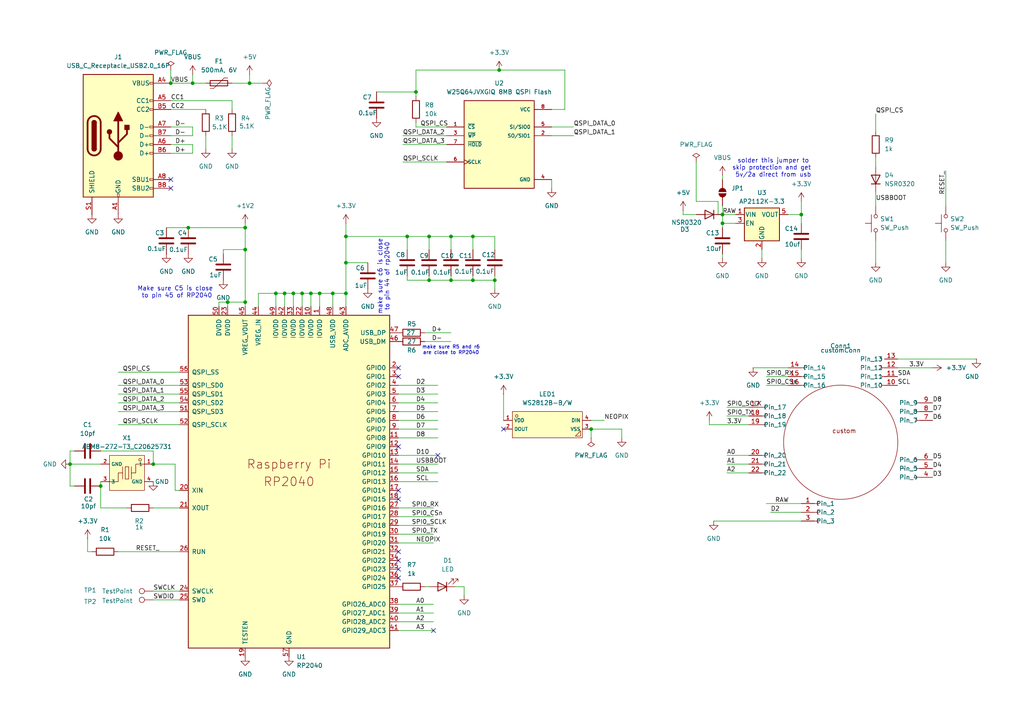
<source format=kicad_sch>
(kicad_sch (version 20231120) (generator "eeschema") (generator_version "8.0")
  (paper "A4")
  (junction (at 44.45 134.62))
  (junction (at 100.33 76.2))
  (junction (at 87.63 85.09))
  (junction (at 71.12 66.04))
  (junction (at 72.39 24.13))
  (junction (at 92.71 85.09))
  (junction (at 90.17 85.09))
  (junction (at 55.88 24.13))
  (junction (at 144.78 20.32))
  (junction (at 80.01 85.09))
  (junction (at 120.65 26.67))
  (junction (at 130.81 68.58))
  (junction (at 29.21 140.97))
  (junction (at 100.33 68.58))
  (junction (at 137.16 68.58))
  (junction (at 130.81 81.28))
  (junction (at 232.41 62.23))
  (junction (at 71.12 87.63))
  (junction (at 137.16 81.28))
  (junction (at 124.46 68.58))
  (junction (at 82.55 85.09))
  (junction (at 66.04 87.63))
  (junction (at 71.12 72.39))
  (junction (at 171.45 124.46))
  (junction (at 100.33 85.09))
  (junction (at 209.55 62.23))
  (junction (at 143.51 81.28))
  (junction (at 85.09 85.09))
  (junction (at 124.46 81.28))
  (junction (at 49.53 24.13))
  (junction (at 209.55 64.77))
  (junction (at 118.11 68.58))
  (junction (at 20.32 134.62))
  (junction (at 96.52 85.09))
  (junction (at 54.61 66.04))
  (no_connect (at 115.57 165.1))
  (no_connect (at 115.57 162.56))
  (no_connect (at 146.05 124.46))
  (no_connect (at 125.73 182.88))
  (no_connect (at 127 132.08))
  (no_connect (at 115.57 109.22))
  (no_connect (at 49.53 52.07))
  (no_connect (at 115.57 142.24))
  (no_connect (at 115.57 129.54))
  (no_connect (at 115.57 144.78))
  (no_connect (at 115.57 167.64))
  (no_connect (at 115.57 106.68))
  (no_connect (at 49.53 54.61))
  (no_connect (at 115.57 160.02))
  (wire (pts (xy 67.31 39.37) (xy 67.31 43.18)))
  (wire (pts (xy 49.53 44.45) (xy 55.88 44.45)))
  (wire (pts (xy 130.81 81.28) (xy 137.16 81.28)))
  (wire (pts (xy 171.45 127) (xy 171.45 124.46)))
  (wire (pts (xy 115.57 149.86) (xy 125.73 149.86)))
  (wire (pts (xy 49.53 31.75) (xy 59.69 31.75)))
  (wire (pts (xy 74.93 85.09) (xy 80.01 85.09)))
  (wire (pts (xy 44.45 173.99) (xy 52.07 173.99)))
  (wire (pts (xy 34.29 114.3) (xy 52.07 114.3)))
  (wire (pts (xy 210.82 132.08) (xy 217.17 132.08)))
  (wire (pts (xy 29.21 147.32) (xy 36.83 147.32)))
  (wire (pts (xy 130.81 99.06) (xy 123.19 99.06)))
  (wire (pts (xy 50.8 142.24) (xy 52.07 142.24)))
  (wire (pts (xy 143.51 68.58) (xy 143.51 72.39)))
  (wire (pts (xy 67.31 29.21) (xy 67.31 31.75)))
  (wire (pts (xy 64.77 72.39) (xy 64.77 73.66)))
  (wire (pts (xy 72.39 24.13) (xy 72.39 21.59)))
  (wire (pts (xy 100.33 76.2) (xy 100.33 85.09)))
  (wire (pts (xy 48.26 66.04) (xy 54.61 66.04)))
  (wire (pts (xy 160.02 39.37) (xy 166.37 39.37)))
  (wire (pts (xy 254 45.72) (xy 254 48.26)))
  (wire (pts (xy 232.41 58.42) (xy 232.41 62.23)))
  (wire (pts (xy 132.08 170.18) (xy 134.62 170.18)))
  (wire (pts (xy 232.41 72.39) (xy 232.41 74.93)))
  (wire (pts (xy 209.55 73.66) (xy 209.55 74.93)))
  (wire (pts (xy 115.57 154.94) (xy 125.73 154.94)))
  (wire (pts (xy 160.02 52.07) (xy 160.02 54.61)))
  (wire (pts (xy 254 33.02) (xy 254 38.1)))
  (wire (pts (xy 49.53 41.91) (xy 55.88 41.91)))
  (wire (pts (xy 96.52 85.09) (xy 96.52 88.9)))
  (wire (pts (xy 210.82 137.16) (xy 217.17 137.16)))
  (wire (pts (xy 44.45 130.81) (xy 44.45 134.62)))
  (wire (pts (xy 59.69 39.37) (xy 59.69 43.18)))
  (wire (pts (xy 228.6 62.23) (xy 232.41 62.23)))
  (wire (pts (xy 171.45 121.92) (xy 175.26 121.92)))
  (wire (pts (xy 123.19 170.18) (xy 124.46 170.18)))
  (wire (pts (xy 209.55 64.77) (xy 209.55 62.23)))
  (wire (pts (xy 116.84 46.99) (xy 129.54 46.99)))
  (wire (pts (xy 222.25 146.05) (xy 232.41 146.05)))
  (wire (pts (xy 29.21 140.97) (xy 29.21 147.32)))
  (wire (pts (xy 29.21 139.7) (xy 29.21 140.97)))
  (wire (pts (xy 49.53 39.37) (xy 55.88 39.37)))
  (wire (pts (xy 209.55 59.69) (xy 209.55 62.23)))
  (wire (pts (xy 137.16 81.28) (xy 137.16 80.01)))
  (wire (pts (xy 254 69.85) (xy 254 76.2)))
  (wire (pts (xy 137.16 81.28) (xy 143.51 81.28)))
  (wire (pts (xy 34.29 160.02) (xy 52.07 160.02)))
  (wire (pts (xy 55.88 41.91) (xy 55.88 44.45)))
  (wire (pts (xy 49.53 36.83) (xy 55.88 36.83)))
  (wire (pts (xy 100.33 85.09) (xy 100.33 88.9)))
  (wire (pts (xy 96.52 85.09) (xy 100.33 85.09)))
  (wire (pts (xy 218.44 106.68) (xy 228.6 106.68)))
  (wire (pts (xy 54.61 66.04) (xy 71.12 66.04)))
  (wire (pts (xy 207.01 151.13) (xy 232.41 151.13)))
  (wire (pts (xy 29.21 130.81) (xy 44.45 130.81)))
  (wire (pts (xy 25.4 160.02) (xy 26.67 160.02)))
  (wire (pts (xy 198.12 60.96) (xy 198.12 62.23)))
  (wire (pts (xy 134.62 170.18) (xy 134.62 172.72)))
  (wire (pts (xy 118.11 81.28) (xy 124.46 81.28)))
  (wire (pts (xy 115.57 137.16) (xy 127 137.16)))
  (wire (pts (xy 180.34 124.46) (xy 180.34 127)))
  (wire (pts (xy 82.55 85.09) (xy 85.09 85.09)))
  (wire (pts (xy 34.29 111.76) (xy 52.07 111.76)))
  (wire (pts (xy 118.11 68.58) (xy 124.46 68.58)))
  (wire (pts (xy 80.01 85.09) (xy 80.01 88.9)))
  (wire (pts (xy 130.81 96.52) (xy 123.19 96.52)))
  (wire (pts (xy 115.57 116.84) (xy 127 116.84)))
  (wire (pts (xy 222.25 109.22) (xy 228.6 109.22)))
  (wire (pts (xy 115.57 119.38) (xy 127 119.38)))
  (wire (pts (xy 72.39 24.13) (xy 76.2 24.13)))
  (wire (pts (xy 71.12 72.39) (xy 71.12 87.63)))
  (wire (pts (xy 34.29 107.95) (xy 52.07 107.95)))
  (wire (pts (xy 209.55 50.8) (xy 209.55 52.07)))
  (wire (pts (xy 146.05 114.3) (xy 146.05 121.92)))
  (wire (pts (xy 115.57 139.7) (xy 127 139.7)))
  (wire (pts (xy 66.04 87.63) (xy 71.12 87.63)))
  (wire (pts (xy 92.71 85.09) (xy 92.71 88.9)))
  (wire (pts (xy 222.25 111.76) (xy 228.6 111.76)))
  (wire (pts (xy 50.8 134.62) (xy 50.8 142.24)))
  (wire (pts (xy 163.83 20.32) (xy 163.83 31.75)))
  (wire (pts (xy 220.98 72.39) (xy 220.98 74.93)))
  (wire (pts (xy 143.51 80.01) (xy 143.51 81.28)))
  (wire (pts (xy 201.93 46.99) (xy 201.93 58.42)))
  (wire (pts (xy 254 55.88) (xy 254 59.69)))
  (wire (pts (xy 209.55 62.23) (xy 213.36 62.23)))
  (wire (pts (xy 118.11 80.01) (xy 118.11 81.28)))
  (wire (pts (xy 144.78 20.32) (xy 163.83 20.32)))
  (wire (pts (xy 115.57 132.08) (xy 127 132.08)))
  (wire (pts (xy 124.46 68.58) (xy 130.81 68.58)))
  (wire (pts (xy 49.53 24.13) (xy 55.88 24.13)))
  (wire (pts (xy 208.28 58.42) (xy 208.28 62.23)))
  (wire (pts (xy 115.57 134.62) (xy 127 134.62)))
  (wire (pts (xy 124.46 81.28) (xy 130.81 81.28)))
  (wire (pts (xy 87.63 85.09) (xy 90.17 85.09)))
  (wire (pts (xy 85.09 85.09) (xy 87.63 85.09)))
  (wire (pts (xy 49.53 20.32) (xy 49.53 24.13)))
  (wire (pts (xy 49.53 29.21) (xy 67.31 29.21)))
  (wire (pts (xy 74.93 88.9) (xy 74.93 85.09)))
  (wire (pts (xy 137.16 68.58) (xy 137.16 72.39)))
  (wire (pts (xy 201.93 58.42) (xy 208.28 58.42)))
  (wire (pts (xy 130.81 68.58) (xy 130.81 72.39)))
  (wire (pts (xy 274.32 49.53) (xy 274.32 59.69)))
  (wire (pts (xy 71.12 87.63) (xy 71.12 88.9)))
  (wire (pts (xy 100.33 68.58) (xy 118.11 68.58)))
  (wire (pts (xy 100.33 68.58) (xy 100.33 76.2)))
  (wire (pts (xy 71.12 64.77) (xy 71.12 66.04)))
  (wire (pts (xy 44.45 171.45) (xy 52.07 171.45)))
  (wire (pts (xy 232.41 62.23) (xy 232.41 64.77)))
  (wire (pts (xy 115.57 177.8) (xy 125.73 177.8)))
  (wire (pts (xy 115.57 182.88) (xy 125.73 182.88)))
  (wire (pts (xy 116.84 41.91) (xy 129.54 41.91)))
  (wire (pts (xy 260.35 104.14) (xy 283.21 104.14)))
  (wire (pts (xy 210.82 118.11) (xy 217.17 118.11)))
  (wire (pts (xy 120.65 36.83) (xy 129.54 36.83)))
  (wire (pts (xy 90.17 85.09) (xy 92.71 85.09)))
  (wire (pts (xy 64.77 72.39) (xy 71.12 72.39)))
  (wire (pts (xy 90.17 85.09) (xy 90.17 88.9)))
  (wire (pts (xy 63.5 88.9) (xy 63.5 87.63)))
  (wire (pts (xy 20.32 134.62) (xy 20.32 140.97)))
  (wire (pts (xy 55.88 24.13) (xy 55.88 21.59)))
  (wire (pts (xy 160.02 31.75) (xy 163.83 31.75)))
  (wire (pts (xy 92.71 85.09) (xy 96.52 85.09)))
  (wire (pts (xy 120.65 35.56) (xy 120.65 36.83)))
  (wire (pts (xy 198.12 62.23) (xy 201.93 62.23)))
  (wire (pts (xy 208.28 62.23) (xy 209.55 62.23)))
  (wire (pts (xy 100.33 76.2) (xy 106.68 76.2)))
  (wire (pts (xy 55.88 36.83) (xy 55.88 39.37)))
  (wire (pts (xy 100.33 64.77) (xy 100.33 68.58)))
  (wire (pts (xy 21.59 130.81) (xy 20.32 130.81)))
  (wire (pts (xy 115.57 124.46) (xy 127 124.46)))
  (wire (pts (xy 130.81 68.58) (xy 137.16 68.58)))
  (wire (pts (xy 120.65 20.32) (xy 144.78 20.32)))
  (wire (pts (xy 115.57 152.4) (xy 125.73 152.4)))
  (wire (pts (xy 213.36 64.77) (xy 209.55 64.77)))
  (wire (pts (xy 205.74 121.92) (xy 205.74 123.19)))
  (wire (pts (xy 137.16 68.58) (xy 143.51 68.58)))
  (wire (pts (xy 44.45 134.62) (xy 50.8 134.62)))
  (wire (pts (xy 20.32 134.62) (xy 29.21 134.62)))
  (wire (pts (xy 66.04 87.63) (xy 66.04 88.9)))
  (wire (pts (xy 115.57 180.34) (xy 125.73 180.34)))
  (wire (pts (xy 205.74 123.19) (xy 217.17 123.19)))
  (wire (pts (xy 87.63 85.09) (xy 87.63 88.9)))
  (wire (pts (xy 115.57 111.76) (xy 127 111.76)))
  (wire (pts (xy 80.01 85.09) (xy 82.55 85.09)))
  (wire (pts (xy 209.55 64.77) (xy 209.55 66.04)))
  (wire (pts (xy 143.51 81.28) (xy 143.51 83.82)))
  (wire (pts (xy 34.29 119.38) (xy 52.07 119.38)))
  (wire (pts (xy 274.32 69.85) (xy 274.32 76.2)))
  (wire (pts (xy 115.57 147.32) (xy 125.73 147.32)))
  (wire (pts (xy 115.57 114.3) (xy 127 114.3)))
  (wire (pts (xy 270.51 106.68) (xy 260.35 106.68)))
  (wire (pts (xy 109.22 26.67) (xy 120.65 26.67)))
  (wire (pts (xy 20.32 140.97) (xy 21.59 140.97)))
  (wire (pts (xy 210.82 134.62) (xy 217.17 134.62)))
  (wire (pts (xy 44.45 147.32) (xy 52.07 147.32)))
  (wire (pts (xy 34.29 116.84) (xy 52.07 116.84)))
  (wire (pts (xy 223.52 148.59) (xy 232.41 148.59)))
  (wire (pts (xy 120.65 20.32) (xy 120.65 26.67)))
  (wire (pts (xy 82.55 85.09) (xy 82.55 88.9)))
  (wire (pts (xy 171.45 124.46) (xy 180.34 124.46)))
  (wire (pts (xy 85.09 85.09) (xy 85.09 88.9)))
  (wire (pts (xy 118.11 68.58) (xy 118.11 72.39)))
  (wire (pts (xy 63.5 87.63) (xy 66.04 87.63)))
  (wire (pts (xy 130.81 81.28) (xy 130.81 80.01)))
  (wire (pts (xy 20.32 130.81) (xy 20.32 134.62)))
  (wire (pts (xy 115.57 175.26) (xy 125.73 175.26)))
  (wire (pts (xy 124.46 81.28) (xy 124.46 80.01)))
  (wire (pts (xy 115.57 121.92) (xy 127 121.92)))
  (wire (pts (xy 25.4 156.21) (xy 25.4 160.02)))
  (wire (pts (xy 115.57 127) (xy 127 127)))
  (wire (pts (xy 160.02 36.83) (xy 166.37 36.83)))
  (wire (pts (xy 55.88 24.13) (xy 59.69 24.13)))
  (wire (pts (xy 115.57 157.48) (xy 125.73 157.48)))
  (wire (pts (xy 120.65 26.67) (xy 120.65 27.94)))
  (wire (pts (xy 34.29 123.19) (xy 52.07 123.19)))
  (wire (pts (xy 67.31 24.13) (xy 72.39 24.13)))
  (wire (pts (xy 210.82 120.65) (xy 217.17 120.65)))
  (wire (pts (xy 124.46 68.58) (xy 124.46 72.39)))
  (wire (pts (xy 116.84 39.37) (xy 129.54 39.37)))
  (wire (pts (xy 71.12 66.04) (xy 71.12 72.39)))
  (text "make sure R5 and r6\nare close to RP2040" (at 130.81 101.6 0) (effects (font (size 1.016 1.016))))
  (text "make sure c6 is close\nto pin 44 of rp2040" (at 111.252 80.264 90) (effects (font (size 1.27 1.27))))
  (text "Make sure C5 is close \nto pin 45 of RP2040\n" (at 51.308 84.836 0) (effects (font (size 1.27 1.27))))
  (text "solder this jumper to\nskip protection and get \n5v/2a direct from usb" (at 224.282 48.768 0) (effects (font (size 1.27 1.27))))
  (label "NEOPIX" (at 175.26 121.92 0))
  (label "USBBOOT" (at 120.65 134.62 0))
  (label "RESET_" (at 39.37 160.02 0))
  (label "D3" (at 270.51 138.43 0))
  (label "QSPI_DATA_0" (at 166.37 36.83 0))
  (label "D+" (at 50.8 41.91 0))
  (label "QSPI_CS" (at 121.92 36.83 0))
  (label "SCL" (at 260.35 111.76 0))
  (label "D7" (at 270.51 119.38 0))
  (label "SPI0_CSn" (at 222.25 111.76 0))
  (label "SPI0_TX" (at 119.38 154.94 0))
  (label "3.3V" (at 210.82 123.19 0))
  (label "VBUS" (at 49.53 24.13 0))
  (label "QSPI_DATA_2" (at 35.56 116.84 0))
  (label "SWCLK" (at 44.45 171.45 0))
  (label "NEOPIX" (at 120.65 157.48 0))
  (label "D-" (at 128.27 99.06 180))
  (label "RAW" (at 209.55 62.23 0))
  (label "D2" (at 223.52 148.59 0))
  (label "D8" (at 270.51 116.84 0))
  (label "D6" (at 120.65 121.92 0))
  (label "SPI0_CSn" (at 119.38 149.86 0))
  (label "D5" (at 120.65 119.38 0))
  (label "D+" (at 50.8 44.45 0))
  (label "QSPI_DATA_2" (at 116.84 39.37 0))
  (label "CC1" (at 49.53 29.21 0))
  (label "D8" (at 120.65 127 0))
  (label "QSPI_CS" (at 254 33.02 0))
  (label "SPI0_TX" (at 210.82 120.65 0))
  (label "QSPI_DATA_3" (at 116.84 41.91 0))
  (label "D6" (at 270.51 121.92 0))
  (label "SPI0_RX" (at 119.38 147.32 0))
  (label "A0" (at 120.65 175.26 0))
  (label "A3" (at 120.65 182.88 0))
  (label "SCL" (at 120.65 139.7 0))
  (label "SPI0_RX" (at 222.25 109.22 0))
  (label "QSPI_DATA_1" (at 35.56 114.3 0))
  (label "QSPI_SCLK" (at 35.56 123.19 0))
  (label "3.3V" (at 267.97 106.68 180))
  (label "SPI0_SCLK" (at 210.82 118.11 0))
  (label "QSPI_DATA_3" (at 35.56 119.38 0))
  (label "QSPI_CS" (at 35.56 107.95 0))
  (label "D3" (at 120.65 114.3 0))
  (label "A2" (at 210.82 137.16 0))
  (label "D5" (at 270.51 133.35 0))
  (label "D-" (at 50.8 36.83 0))
  (label "A0" (at 210.82 132.08 0))
  (label "SPI0_SCLK" (at 119.38 152.4 0))
  (label "CC2" (at 49.53 31.75 0))
  (label "A1" (at 210.82 134.62 0))
  (label "D+" (at 128.27 96.52 180))
  (label "D4" (at 120.65 116.84 0))
  (label "QSPI_DATA_0" (at 35.56 111.76 0))
  (label "A2" (at 120.65 180.34 0))
  (label "D-" (at 50.8 39.37 0))
  (label "RESET_" (at 274.32 49.53 270))
  (label "D7" (at 120.65 124.46 0))
  (label "D4" (at 270.51 135.89 0))
  (label "QSPI_DATA_1" (at 166.37 39.37 0))
  (label "SWDIO" (at 44.45 173.99 0))
  (label "RAW" (at 224.79 146.05 0))
  (label "D10" (at 120.65 132.08 0))
  (label "D2" (at 120.65 111.76 0))
  (label "QSPI_SCLK" (at 116.84 46.99 0))
  (label "SDA" (at 120.65 137.16 0))
  (label "USBBOOT" (at 254 58.42 0))
  (label "SDA" (at 260.35 109.22 0))
  (label "A1" (at 120.65 177.8 0))
  (symbol (lib_id "Switch:SW_Push") (at 274.32 64.77 90) (unit 1)
    (property "Reference" "SW2" (at 275.59 63.4999 90) (effects (justify right)))
    (property "Value" "SW_Push" (at 275.59 66.0399 90) (effects (justify right)))
    (property "Footprint" "rp2040_custom_footprints_rodolfo:SW_B3U-1000P" (effects (hide yes)))
    (property "Description" "Push button switch, generic, two pins" (effects (hide yes)))
    (property "LCSC Part" "C231329" (effects (hide yes)))
    (property "Package" "SMD,2.5x3mm" (effects (hide yes)))
  )
  (symbol (lib_id "WS2812B_5050:WS2812B-B/W") (at 158.75 124.46 0) (unit 1)
    (property "Reference" "LED1" (at 158.75 114.3 0))
    (property "Value" "WS2812B-B/W" (at 158.75 116.84 0))
    (property "Footprint" "footprint:LED-SMD_4P-L5.0-W5.0-TL_WS2812B-B" (effects (hide yes)))
    (property "Datasheet" "https://item.szlcsc.com/233009.html" (effects (hide yes)))
    (property "LCSC" "C2761795" (effects (hide yes)))
  )
  (symbol (lib_id "power:GND") (at 54.61 73.66 0) (unit 1)
    (property "Reference" "#PWR07" (effects (hide yes)))
    (property "Value" "GND" (at 54.61 78.74 0))
    (property "Description" "Power symbol creates a global label with name \"GND\" , ground" (effects (hide yes)))
  )
  (symbol (lib_id "Device:R") (at 254 41.91 0) (unit 1)
    (property "Reference" "R9" (at 256.54 40.6399 0) (effects (justify left)))
    (property "Value" "1k" (at 256.54 43.1799 0) (effects (justify left)))
    (property "Footprint" "Resistor_SMD:R_0603_1608Metric_Pad0.98x0.95mm_HandSolder" (effects (hide yes)))
    (property "Description" "Resistor" (effects (hide yes)))
    (property "LCSC Part" "C21190" (effects (hide yes)))
    (property "Package" "0603" (effects (hide yes)))
  )
  (symbol (lib_id "Device:C") (at 209.55 69.85 0) (unit 1)
    (property "Reference" "C13" (at 204.724 67.564 0) (effects (justify left)))
    (property "Value" "10uf" (at 204.724 72.136 0) (effects (justify left)))
    (property "Footprint" "Capacitor_SMD:C_0805_2012Metric_Pad1.18x1.45mm_HandSolder" (effects (hide yes)))
    (property "Description" "10V 10uF X5R ±10% 0805 Multilayer Ceramic Capacitors MLCC - SMD/SMT ROHS" (effects (hide yes)))
    (property "LCSC Part" "C15850" (effects (hide yes)))
    (property "Package" "0805" (effects (hide yes)))
  )
  (symbol (lib_id "Device:R") (at 119.38 96.52 270) (mirror x) (unit 1)
    (property "Reference" "R5" (at 119.38 93.98 90))
    (property "Value" "27" (at 119.126 96.52 90))
    (property "Footprint" "Resistor_SMD:R_0603_1608Metric_Pad0.98x0.95mm_HandSolder" (effects (hide yes)))
    (property "Description" "Resistor" (effects (hide yes)))
    (property "Package" "0603" (effects (hide yes)))
    (property "LCSC Part" "C100925" (effects (hide yes)))
  )
  (symbol (lib_id "power:VBUS") (at 209.55 50.8 0) (unit 1)
    (property "Reference" "#PWR028" (effects (hide yes)))
    (property "Value" "VBUS" (at 209.55 45.72 0))
    (property "Description" "Power symbol creates a global label with name \"VBUS\"" (effects (hide yes)))
  )
  (symbol (lib_id "power:GND") (at 48.26 73.66 0) (unit 1)
    (property "Reference" "#PWR06" (effects (hide yes)))
    (property "Value" "GND" (at 48.26 78.74 0))
    (property "Description" "Power symbol creates a global label with name \"GND\" , ground" (effects (hide yes)))
  )
  (symbol (lib_id "power:GND") (at 232.41 74.93 0) (unit 1)
    (property "Reference" "#PWR032" (effects (hide yes)))
    (property "Value" "GND" (at 232.41 80.01 0))
    (property "Description" "Power symbol creates a global label with name \"GND\" , ground" (effects (hide yes)))
  )
  (symbol (lib_id "Device:D") (at 254 52.07 90) (unit 1)
    (property "Reference" "D4" (at 256.54 50.7999 90) (effects (justify right)))
    (property "Value" "NSR0320" (at 256.54 53.3399 90) (effects (justify right)))
    (property "Footprint" "Diode_SMD:D_SOD-323_HandSoldering" (effects (hide yes)))
    (property "Description" "Diode" (effects (hide yes)))
    (property "LCSC Part" "C48192" (effects (hide yes)))
    (property "Package" "SOD-323 " (effects (hide yes)))
  )
  (symbol (lib_id "power:GND") (at 67.31 43.18 0) (unit 1)
    (property "Reference" "#PWR011" (effects (hide yes)))
    (property "Value" "GND" (at 67.31 48.26 0))
    (property "Description" "Power symbol creates a global label with name \"GND\" , ground" (effects (hide yes)))
  )
  (symbol (lib_id "Device:R") (at 119.38 99.06 270) (mirror x) (unit 1)
    (property "Reference" "R6" (at 119.38 101.6 90))
    (property "Value" "27" (at 119.38 99.06 90))
    (property "Footprint" "Resistor_SMD:R_0603_1608Metric_Pad0.98x0.95mm_HandSolder" (effects (hide yes)))
    (property "Description" "Resistor" (effects (hide yes)))
    (property "LCSC Part" "C100925" (effects (hide yes)))
    (property "Package" "0603" (effects (hide yes)))
  )
  (symbol (lib_id "Device:R") (at 67.31 35.56 0) (unit 1)
    (property "Reference" "R4" (at 69.85 34.2899 0) (effects (justify left)))
    (property "Value" "5.1K" (at 69.342 36.576 0) (effects (justify left)))
    (property "Footprint" "Resistor_SMD:R_0603_1608Metric_Pad0.98x0.95mm_HandSolder" (effects (hide yes)))
    (property "Description" "Resistor" (effects (hide yes)))
    (property "LCSC Part" "C23186" (effects (hide yes)))
    (property "Package" "0603" (effects (hide yes)))
  )
  (symbol (lib_id "power:GND") (at 134.62 172.72 0) (unit 1)
    (property "Reference" "#PWR019" (effects (hide yes)))
    (property "Value" "GND" (at 134.62 177.8 0))
    (property "Description" "Power symbol creates a global label with name \"GND\" , ground" (effects (hide yes)))
  )
  (symbol (lib_id "Device:C") (at 106.68 80.01 0) (unit 1)
    (property "Reference" "C6" (at 103.124 77.724 0) (effects (justify left)))
    (property "Value" "1uF" (at 102.87 82.804 0) (effects (justify left)))
    (property "Footprint" "Capacitor_SMD:C_0603_1608Metric_Pad1.08x0.95mm_HandSolder" (effects (hide yes)))
    (property "Description" "Unpolarized capacitor" (effects (hide yes)))
    (property "LCSC Part" "C15849" (effects (hide yes)))
    (property "Package" "0603" (effects (hide yes)))
  )
  (symbol (lib_id "power:+3.3V") (at 205.74 121.92 0) (unit 1)
    (property "Reference" "#PWR026" (effects (hide yes)))
    (property "Value" "+3.3V" (at 205.74 116.84 0))
    (property "Description" "Power symbol creates a global label with name \"+3.3V\"" (effects (hide yes)))
  )
  (symbol (lib_id "power:GND") (at 218.44 106.68 0) (unit 1)
    (property "Reference" "#PWR037" (effects (hide yes)))
    (property "Value" "GND" (at 218.44 111.76 0))
    (property "Description" "Power symbol creates a global label with name \"GND\" , ground" (effects (hide yes)))
  )
  (symbol (lib_id "power:VBUS") (at 55.88 21.59 0) (unit 1)
    (property "Reference" "#PWR08" (effects (hide yes)))
    (property "Value" "VBUS" (at 55.88 16.51 0))
    (property "Description" "Power symbol creates a global label with name \"VBUS\"" (effects (hide yes)))
  )
  (symbol (lib_id "power:GND") (at 106.68 83.82 0) (unit 1)
    (property "Reference" "#PWR017" (effects (hide yes)))
    (property "Value" "GND" (at 106.68 88.9 0))
    (property "Description" "Power symbol creates a global label with name \"GND\" , ground" (effects (hide yes)))
  )
  (symbol (lib_id "Device:C") (at 143.51 76.2 0) (unit 1)
    (property "Reference" "C12" (at 139.7 73.914 0) (effects (justify left)))
    (property "Value" "0.1uF" (at 137.922 78.74 0) (effects (justify left)))
    (property "Footprint" "Capacitor_SMD:C_0603_1608Metric_Pad1.08x0.95mm_HandSolder" (effects (hide yes)))
    (property "Description" "Unpolarized capacitor" (effects (hide yes)))
    (property "LCSC Part" "C14663" (effects (hide yes)))
    (property "Package" "0603" (effects (hide yes)))
  )
  (symbol (lib_id "Device:R") (at 59.69 35.56 0) (unit 1)
    (property "Reference" "R3" (at 62.23 34.2899 0) (effects (justify left)))
    (property "Value" "5.1K" (at 61.468 36.83 0) (effects (justify left)))
    (property "Footprint" "Resistor_SMD:R_0603_1608Metric_Pad0.98x0.95mm_HandSolder" (effects (hide yes)))
    (property "Description" "Resistor" (effects (hide yes)))
    (property "LCSC Part" "C23186" (effects (hide yes)))
    (property "Package" "0603" (effects (hide yes)))
  )
  (symbol (lib_id "power:GND") (at 209.55 74.93 0) (unit 1)
    (property "Reference" "#PWR029" (effects (hide yes)))
    (property "Value" "GND" (at 209.55 80.01 0))
    (property "Description" "Power symbol creates a global label with name \"GND\" , ground" (effects (hide yes)))
  )
  (symbol (lib_id "power:PWR_FLAG") (at 171.45 127 180) (unit 1)
    (property "Reference" "#FLG03" (effects (hide yes)))
    (property "Value" "PWR_FLAG" (at 171.45 132.08 0))
    (property "Description" "Special symbol for telling ERC where power comes from" (effects (hide yes)))
  )
  (symbol (lib_id "power:GND") (at 180.34 127 0) (unit 1)
    (property "Reference" "#PWR024" (effects (hide yes)))
    (property "Value" "GND" (at 180.34 132.08 0))
    (property "Description" "Power symbol creates a global label with name \"GND\" , ground" (effects (hide yes)))
  )
  (symbol (lib_id "power:PWR_FLAG") (at 201.93 46.99 0) (unit 1)
    (property "Reference" "#FLG04" (effects (hide yes)))
    (property "Value" "PWR_FLAG" (at 201.93 41.91 0))
    (property "Description" "Special symbol for telling ERC where power comes from" (effects (hide yes)))
  )
  (symbol (lib_id "power:GND") (at 274.32 76.2 0) (unit 1)
    (property "Reference" "#PWR035" (effects (hide yes)))
    (property "Value" "GND" (at 274.32 81.28 0))
    (property "Description" "Power symbol creates a global label with name \"GND\" , ground" (effects (hide yes)))
  )
  (symbol (lib_id "Device:R") (at 120.65 31.75 0) (unit 1)
    (property "Reference" "R8" (at 123.19 30.4799 0) (effects (justify left)))
    (property "Value" "10k" (at 123.19 33.0199 0) (effects (justify left)))
    (property "Footprint" "Resistor_SMD:R_0603_1608Metric_Pad0.98x0.95mm_HandSolder" (effects (hide yes)))
    (property "Description" "Resistor" (effects (hide yes)))
    (property "LCSC Part" "C25804" (effects (hide yes)))
    (property "Package" "0603" (effects (hide yes)))
  )
  (symbol (lib_id "Device:R") (at 40.64 147.32 90) (unit 1)
    (property "Reference" "R2" (at 40.386 151.13 90))
    (property "Value" "1k" (at 40.386 152.908 90))
    (property "Footprint" "Resistor_SMD:R_0603_1608Metric_Pad0.98x0.95mm_HandSolder" (effects (hide yes)))
    (property "Description" "Resistor" (effects (hide yes)))
    (property "Package" "0603" (effects (hide yes)))
    (property "LCSC Part" "C21190" (effects (hide yes)))
  )
  (symbol (lib_id "power:GND") (at 34.29 62.23 0) (unit 1)
    (property "Reference" "#PWR04" (effects (hide yes)))
    (property "Value" "GND" (at 34.29 67.31 0))
    (property "Description" "Power symbol creates a global label with name \"GND\" , ground" (effects (hide yes)))
  )
  (symbol (lib_id "Switch:SW_Push") (at 254 64.77 90) (unit 1)
    (property "Reference" "SW1" (at 255.27 63.4999 90) (effects (justify right)))
    (property "Value" "SW_Push" (at 255.27 66.0399 90) (effects (justify right)))
    (property "Footprint" "rp2040_custom_footprints_rodolfo:SW_B3U-1000P" (effects (hide yes)))
    (property "Description" "Push button switch, generic, two pins" (effects (hide yes)))
    (property "LCSC Part" "C231329" (effects (hide yes)))
    (property "Package" "SMD,2.5x3mm" (effects (hide yes)))
  )
  (symbol (lib_id "Connector:TestPoint") (at 44.45 173.99 90) (unit 1)
    (property "Reference" "TP2" (at 26.162 174.498 90))
    (property "Value" "TestPoint" (at 34.036 174.244 90))
    (property "Footprint" "TestPoint:TestPoint_Pad_D2.0mm" (effects (hide yes)))
    (property "Description" "test point" (effects (hide yes)))
  )
  (symbol (lib_id "Regulator_Linear:AP2112K-3.3") (at 220.98 64.77 0) (unit 1)
    (property "Reference" "U3" (at 220.98 55.88 0))
    (property "Value" "AP2112K-3.3" (at 220.98 58.42 0))
    (property "Footprint" "Package_TO_SOT_SMD:SOT-23-5" (effects (hide yes)))
    (property "Datasheet" "https://www.diodes.com/assets/Datasheets/AP2112.pdf" (effects (hide yes)))
    (property "Description" "600mA low dropout linear regulator" (effects (hide yes)))
    (property "Package" "SOT-23-5 " (effects (hide yes)))
    (property "LCSC Part" "C23380830" (effects (hide yes)))
  )
  (symbol (lib_id "Device:C") (at 130.81 76.2 0) (unit 1)
    (property "Reference" "C10" (at 127.762 74.168 0) (effects (justify left)))
    (property "Value" "0.1uF" (at 125.476 78.994 0) (effects (justify left)))
    (property "Footprint" "Capacitor_SMD:C_0603_1608Metric_Pad1.08x0.95mm_HandSolder" (effects (hide yes)))
    (property "Description" "Unpolarized capacitor" (effects (hide yes)))
    (property "LCSC Part" "C14663" (effects (hide yes)))
    (property "Package" "0603" (effects (hide yes)))
  )
  (symbol (lib_id "power:GND") (at 254 76.2 0) (unit 1)
    (property "Reference" "#PWR033" (effects (hide yes)))
    (property "Value" "GND" (at 254 81.28 0))
    (property "Description" "Power symbol creates a global label with name \"GND\" , ground" (effects (hide yes)))
  )
  (symbol (lib_id "Device:C") (at 137.16 76.2 0) (unit 1)
    (property "Reference" "C11" (at 133.096 74.168 0) (effects (justify left)))
    (property "Value" "0.1uF" (at 131.826 78.74 0) (effects (justify left)))
    (property "Footprint" "Capacitor_SMD:C_0603_1608Metric_Pad1.08x0.95mm_HandSolder" (effects (hide yes)))
    (property "Description" "Unpolarized capacitor" (effects (hide yes)))
    (property "LCSC Part" "C14663" (effects (hide yes)))
    (property "Package" "0603" (effects (hide yes)))
  )
  (symbol (lib_id "Device:C") (at 25.4 140.97 90) (unit 1)
    (property "Reference" "C2" (at 25.654 144.78 90))
    (property "Value" "10pf" (at 25.654 146.812 90))
    (property "Footprint" "Capacitor_SMD:C_0603_1608Metric_Pad1.08x0.95mm_HandSolder" (effects (hide yes)))
    (property "Description" "Unpolarized capacitor" (effects (hide yes)))
    (property "LCSC Part" "C1634" (effects (hide yes)))
    (property "Package" "0603" (effects (hide yes)))
  )
  (symbol (lib_id "Device:D") (at 205.74 62.23 180) (unit 1)
    (property "Reference" "D3" (at 198.628 66.548 0))
    (property "Value" "NSR0320" (at 199.136 64.516 0))
    (property "Footprint" "Diode_SMD:D_SOD-323_HandSoldering" (effects (hide yes)))
    (property "Description" "Diode" (effects (hide yes)))
    (property "LCSC Part" "C48192" (effects (hide yes)))
    (property "Package" "SOD-323 " (effects (hide yes)))
  )
  (symbol (lib_id "Connector:USB_C_Receptacle_USB2.0_16P") (at 34.29 39.37 0) (unit 1)
    (property "Reference" "J1" (at 34.29 16.51 0))
    (property "Value" "USB_C_Receptacle_USB2.0_16P" (at 34.29 19.05 0))
    (property "Footprint" "rp2040_custom_footprints_rodolfo:USB_C_Receptacle_TYPE-C-31-M-12" (effects (hide yes)))
    (property "Datasheet" "https://www.usb.org/sites/default/files/documents/usb_type-c.zip" (effects (hide yes)))
    (property "Description" "USB 2.0-only 16P Type-C Receptacle connector" (effects (hide yes)))
    (property "LCSC Part" "C165948" (effects (hide yes)))
    (property "Package" "TYPE-C-31-M-12" (effects (hide yes)))
  )
  (symbol (lib_id "Device:C") (at 232.41 68.58 0) (unit 1)
    (property "Reference" "C14" (at 227.584 66.294 0) (effects (justify left)))
    (property "Value" "10uf" (at 227.584 70.866 0) (effects (justify left)))
    (property "Footprint" "Capacitor_SMD:C_0805_2012Metric_Pad1.18x1.45mm_HandSolder" (effects (hide yes)))
    (property "Description" "Unpolarized capacitor" (effects (hide yes)))
    (property "LCSC Part" "C15850" (effects (hide yes)))
    (property "Package" "0805" (effects (hide yes)))
  )
  (symbol (lib_id "MX25L8006EM1I-12G:MX25L8006EM1I-12G") (at 144.78 41.91 0) (unit 1)
    (property "Reference" "U2" (at 144.78 24.13 0))
    (property "Value" "W25Q64JVXGIQ 8MB QSPI Flash" (at 144.78 26.67 0))
    (property "Footprint" "rp2040_custom_footprints_rodolfo:SON80P400X400X60-9N" (effects (hide yes)))
    (property "LCSC Part" "C2940195" (effects (hide yes)))
    (property "Package" " USON-8-EP(4x4)" (effects (hide yes)))
  )
  (symbol (lib_name "rp2040_roundStamp_BIG_1") (lib_id "rp2040_custom_symbols_rodolfo:rp2040_roundStamp_BIG") (at 245.11 127 0) (unit 1)
    (property "Reference" "Conn1" (at 243.84 100.33 0))
    (property "Value" "customConn" (at 243.84 101.6 0))
    (property "Footprint" "rp2040_custom_footprints_rodolfo:rp2040_roundStamp_BIG" (effects (hide yes)))
  )
  (symbol (lib_id "power:+3.3V") (at 146.05 114.3 0) (unit 1)
    (property "Reference" "#PWR023" (effects (hide yes)))
    (property "Value" "+3.3V" (at 146.05 109.22 0))
    (property "Description" "Power symbol creates a global label with name \"+3.3V\"" (effects (hide yes)))
  )
  (symbol (lib_id "Device:R") (at 30.48 160.02 90) (unit 1)
    (property "Reference" "R1" (at 30.48 153.67 90))
    (property "Value" "10k" (at 30.48 156.21 90))
    (property "Footprint" "Resistor_SMD:R_0603_1608Metric_Pad0.98x0.95mm_HandSolder" (effects (hide yes)))
    (property "Description" "Resistor" (effects (hide yes)))
    (property "LCSC Part" "C25804" (effects (hide yes)))
    (property "Package" "0603" (effects (hide yes)))
  )
  (symbol (lib_id "power:GND") (at 20.32 134.62 270) (unit 1)
    (property "Reference" "#PWR01" (effects (hide yes)))
    (property "Value" "GND" (at 16.51 134.6199 90) (effects (justify right)))
    (property "Description" "Power symbol creates a global label with name \"GND\" , ground" (effects (hide yes)))
  )
  (symbol (lib_id "ABM8-272-T3_C20625731:ABM8-272-T3_C20625731") (at 36.83 137.16 180) (unit 1)
    (property "Reference" "X1" (at 36.83 127 0))
    (property "Value" "ABM8-272-T3_C20625731" (at 36.83 129.54 0))
    (property "Footprint" "footprint:CRYSTAL-SMD_4P-L3.2-W2.5-BL" (effects (hide yes)))
    (property "Datasheet" "https://item.szlcsc.com/15866.html" (effects (hide yes)))
    (property "LCSC" "C20625731" (effects (hide yes)))
  )
  (symbol (lib_id "power:GND") (at 71.12 190.5 0) (unit 1)
    (property "Reference" "#PWR013" (effects (hide yes)))
    (property "Value" "GND" (at 71.12 195.58 0))
    (property "Description" "Power symbol creates a global label with name \"GND\" , ground" (effects (hide yes)))
  )
  (symbol (lib_id "Device:C") (at 118.11 76.2 0) (unit 1)
    (property "Reference" "C8" (at 114.808 73.914 0) (effects (justify left)))
    (property "Value" "1uF" (at 114.554 78.994 0) (effects (justify left)))
    (property "Footprint" "Capacitor_SMD:C_0603_1608Metric_Pad1.08x0.95mm_HandSolder" (effects (hide yes)))
    (property "Description" "Unpolarized capacitor" (effects (hide yes)))
    (property "LCSC Part" "C15849" (effects (hide yes)))
    (property "Package" "0603" (effects (hide yes)))
  )
  (symbol (lib_id "power:+3.3V") (at 144.78 20.32 0) (unit 1)
    (property "Reference" "#PWR021" (effects (hide yes)))
    (property "Value" "+3.3V" (at 144.78 15.24 0))
    (property "Description" "Power symbol creates a global label with name \"+3.3V\"" (effects (hide yes)))
  )
  (symbol (lib_id "Jumper:SolderJumper_2_Open") (at 209.55 55.88 90) (unit 1) (exclude_from_sim yes) (in_bom no)
    (property "Reference" "JP1" (at 212.09 54.6099 90) (effects (justify right)))
    (property "Value" "SolderJumper_2_Open" (effects (hide yes)))
    (property "Footprint" "Jumper:SolderJumper-2_P1.3mm_Open_TrianglePad1.0x1.5mm" (effects (hide yes)))
    (property "Description" "Solder Jumper, 2-pole, open" (effects (hide yes)))
  )
  (symbol (lib_id "power:+5V") (at 198.12 60.96 0) (unit 1)
    (property "Reference" "#PWR025" (effects (hide yes)))
    (property "Value" "+5V" (at 198.12 55.88 0))
    (property "Description" "Power symbol creates a global label with name \"+5V\"" (effects (hide yes)))
  )
  (symbol (lib_id "power:GND") (at 44.45 139.7 0) (unit 1)
    (property "Reference" "#PWR05" (effects (hide yes)))
    (property "Value" "GND" (at 46.99 139.7 0))
    (property "Description" "Power symbol creates a global label with name \"GND\" , ground" (effects (hide yes)))
  )
  (symbol (lib_id "power:+5V") (at 72.39 21.59 0) (unit 1)
    (property "Reference" "#PWR014" (effects (hide yes)))
    (property "Value" "+5V" (at 72.39 16.51 0))
    (property "Description" "Power symbol creates a global label with name \"+5V\"" (effects (hide yes)))
  )
  (symbol (lib_id "power:GND") (at 64.77 81.28 0) (unit 1)
    (property "Reference" "#PWR010" (effects (hide yes)))
    (property "Value" "GND" (at 64.77 86.36 0))
    (property "Description" "Power symbol creates a global label with name \"GND\" , ground" (effects (hide yes)))
  )
  (symbol (lib_id "power:+3.3V") (at 270.51 106.68 270) (unit 1)
    (property "Reference" "#PWR034" (effects (hide yes)))
    (property "Value" "+3.3V" (at 274.32 106.6801 90) (effects (justify left)))
    (property "Description" "Power symbol creates a global label with name \"+3.3V\"" (effects (hide yes)))
  )
  (symbol (lib_id "power:PWR_FLAG") (at 49.53 20.32 0) (unit 1)
    (property "Reference" "#FLG01" (effects (hide yes)))
    (property "Value" "PWR_FLAG" (at 49.53 15.24 0))
    (property "Description" "Special symbol for telling ERC where power comes from" (effects (hide yes)))
  )
  (symbol (lib_id "power:+3.3V") (at 100.33 64.77 0) (unit 1)
    (property "Reference" "#PWR016" (effects (hide yes)))
    (property "Value" "+3.3V" (at 100.33 59.69 0))
    (property "Description" "Power symbol creates a global label with name \"+3.3V\"" (effects (hide yes)))
  )
  (symbol (lib_id "Device:R") (at 119.38 170.18 90) (unit 1)
    (property "Reference" "R7" (at 119.38 163.83 90))
    (property "Value" "1k" (at 119.38 166.37 90))
    (property "Footprint" "Resistor_SMD:R_0603_1608Metric_Pad0.98x0.95mm_HandSolder" (effects (hide yes)))
    (property "Description" "Resistor" (effects (hide yes)))
    (property "Package" "0603" (effects (hide yes)))
    (property "LCSC Part" "C21190" (effects (hide yes)))
  )
  (symbol (lib_id "MCU_RaspberryPi_and_Boards:RP2040") (at 83.82 139.7 0) (unit 1)
    (property "Reference" "U1" (at 86.0141 190.5 0) (effects (justify left)))
    (property "Value" "RP2040" (at 86.0141 193.04 0) (effects (justify left)))
    (property "Footprint" "MCU_RaspberryPi_and_Boards:RP2040-QFN-56" (effects (hide yes)))
    (property "LCSC Part" "C2040" (effects (hide yes)))
    (property "Package" "LQFN-56(7x7)" (effects (hide yes)))
  )
  (symbol (lib_id "Device:C") (at 64.77 77.47 0) (unit 1)
    (property "Reference" "C5" (at 60.452 75.184 0) (effects (justify left)))
    (property "Value" "1uF" (at 60.706 79.756 0) (effects (justify left)))
    (property "Footprint" "Capacitor_SMD:C_0603_1608Metric_Pad1.08x0.95mm_HandSolder" (effects (hide yes)))
    (property "Description" "Unpolarized capacitor" (effects (hide yes)))
    (property "Package" "0603" (effects (hide yes)))
    (property "LCSC Part" "C15849" (effects (hide yes)))
  )
  (symbol (lib_id "power:GND") (at 283.21 104.14 0) (unit 1)
    (property "Reference" "#PWR036" (effects (hide yes)))
    (property "Value" "GND" (at 281.94 109.22 0))
    (property "Description" "Power symbol creates a global label with name \"GND\" , ground" (effects (hide yes)))
  )
  (symbol (lib_id "power:+3.3V") (at 25.4 156.21 0) (unit 1)
    (property "Reference" "#PWR02" (effects (hide yes)))
    (property "Value" "+3.3V" (at 25.4 151.13 0))
    (property "Description" "Power symbol creates a global label with name \"+3.3V\"" (effects (hide yes)))
  )
  (symbol (lib_id "power:PWR_FLAG") (at 76.2 24.13 270) (unit 1)
    (property "Reference" "#FLG02" (effects (hide yes)))
    (property "Value" "PWR_FLAG" (at 77.724 34.798 0) (effects (justify right)))
    (property "Description" "Special symbol for telling ERC where power comes from" (effects (hide yes)))
  )
  (symbol (lib_id "power:+3.3V") (at 232.41 58.42 0) (unit 1)
    (property "Reference" "#PWR031" (effects (hide yes)))
    (property "Value" "+3.3V" (at 232.41 53.34 0))
    (property "Description" "Power symbol creates a global label with name \"+3.3V\"" (effects (hide yes)))
  )
  (symbol (lib_id "power:GND") (at 220.98 74.93 0) (unit 1)
    (property "Reference" "#PWR030" (effects (hide yes)))
    (property "Value" "GND" (at 220.98 80.01 0))
    (property "Description" "Power symbol creates a global label with name \"GND\" , ground" (effects (hide yes)))
  )
  (symbol (lib_id "power:GND") (at 143.51 83.82 0) (unit 1)
    (property "Reference" "#PWR020" (effects (hide yes)))
    (property "Value" "GND" (at 143.51 88.9 0))
    (property "Description" "Power symbol creates a global label with name \"GND\" , ground" (effects (hide yes)))
  )
  (symbol (lib_id "power:GND") (at 59.69 43.18 0) (unit 1)
    (property "Reference" "#PWR09" (effects (hide yes)))
    (property "Value" "GND" (at 59.69 48.26 0))
    (property "Description" "Power symbol creates a global label with name \"GND\" , ground" (effects (hide yes)))
  )
  (symbol (lib_id "power:GND") (at 160.02 54.61 0) (unit 1)
    (property "Reference" "#PWR022" (effects (hide yes)))
    (property "Value" "GND" (at 160.02 59.69 0))
    (property "Description" "Power symbol creates a global label with name \"GND\" , ground" (effects (hide yes)))
  )
  (symbol (lib_id "power:GND") (at 109.22 34.29 0) (unit 1)
    (property "Reference" "#PWR018" (effects (hide yes)))
    (property "Value" "GND" (at 109.22 39.37 0))
    (property "Description" "Power symbol creates a global label with name \"GND\" , ground" (effects (hide yes)))
  )
  (symbol (lib_id "Device:Polyfuse") (at 63.5 24.13 90) (unit 1)
    (property "Reference" "F1" (at 63.5 17.78 90))
    (property "Value" "500mA, 6V" (at 63.5 20.32 90))
    (property "Footprint" "Fuse:Fuse_0805_2012Metric" (effects (hide yes)))
    (property "Description" "Resettable fuse, polymeric positive temperature coefficient" (effects (hide yes)))
    (property "LCSC Part" "C269104" (effects (hide yes)))
    (property "Package" "0805" (effects (hide yes)))
  )
  (symbol (lib_id "Device:C") (at 54.61 69.85 0) (unit 1)
    (property "Reference" "C4" (at 51.562 67.564 0) (effects (justify left)))
    (property "Value" "0.1uF" (at 49.022 72.39 0) (effects (justify left)))
    (property "Footprint" "Capacitor_SMD:C_0603_1608Metric_Pad1.08x0.95mm_HandSolder" (effects (hide yes)))
    (property "Description" "Unpolarized capacitor" (effects (hide yes)))
    (property "LCSC Part" "C14663" (effects (hide yes)))
    (property "Package" "0603" (effects (hide yes)))
  )
  (symbol (lib_id "Device:C") (at 48.26 69.85 0) (unit 1)
    (property "Reference" "C3" (at 44.958 67.564 0) (effects (justify left)))
    (property "Value" "0.1uF" (at 42.672 72.136 0) (effects (justify left)))
    (property "Footprint" "Capacitor_SMD:C_0603_1608Metric_Pad1.08x0.95mm_HandSolder" (effects (hide yes)))
    (property "Description" "Unpolarized capacitor" (effects (hide yes)))
    (property "LCSC Part" "C14663" (effects (hide yes)))
    (property "Package" "0603" (effects (hide yes)))
  )
  (symbol (lib_id "power:GND") (at 83.82 190.5 0) (unit 1)
    (property "Reference" "#PWR015" (effects (hide yes)))
    (property "Value" "GND" (at 83.82 195.58 0))
    (property "Description" "Power symbol creates a global label with name \"GND\" , ground" (effects (hide yes)))
  )
  (symbol (lib_id "Device:C") (at 109.22 30.48 0) (unit 1)
    (property "Reference" "C7" (at 105.156 28.194 0) (effects (justify left)))
    (property "Value" "0.1uF" (at 103.886 32.766 0) (effects (justify left)))
    (property "Footprint" "Capacitor_SMD:C_0603_1608Metric_Pad1.08x0.95mm_HandSolder" (effects (hide yes)))
    (property "Description" "Unpolarized capacitor" (effects (hide yes)))
    (property "LCSC Part" "C14663" (effects (hide yes)))
    (property "Package" "0603" (effects (hide yes)))
  )
  (symbol (lib_id "Connector:TestPoint") (at 44.45 171.45 90) (unit 1)
    (property "Reference" "TP1" (at 26.162 171.196 90))
    (property "Value" "TestPoint" (at 34.036 171.45 90))
    (property "Footprint" "TestPoint:TestPoint_Pad_D2.0mm" (effects (hide yes)))
    (property "Description" "test point" (effects (hide yes)))
  )
  (symbol (lib_id "power:+1V2") (at 71.12 64.77 0) (unit 1)
    (property "Reference" "#PWR012" (effects (hide yes)))
    (property "Value" "+1V2" (at 71.12 59.69 0))
    (property "Description" "Power symbol creates a global label with name \"+1V2\"" (effects (hide yes)))
  )
  (symbol (lib_id "Device:C") (at 124.46 76.2 0) (unit 1)
    (property "Reference" "C9" (at 121.666 74.168 0) (effects (justify left)))
    (property "Value" "0.1uF" (at 119.126 78.994 0) (effects (justify left)))
    (property "Footprint" "Capacitor_SMD:C_0603_1608Metric_Pad1.08x0.95mm_HandSolder" (effects (hide yes)))
    (property "Description" "Unpolarized capacitor" (effects (hide yes)))
    (property "LCSC Part" "C14663" (effects (hide yes)))
    (property "Package" "0603" (effects (hide yes)))
  )
  (symbol (lib_id "Device:LED") (at 128.27 170.18 180) (unit 1)
    (property "Reference" "D1" (at 129.8575 162.56 0))
    (property "Value" "LED" (at 129.8575 165.1 0))
    (property "Footprint" "LED_SMD:LED_0603_1608Metric" (effects (hide yes)))
    (property "Description" "2mA 35mcd Foggy yellow lens -40℃~+85℃ White 120° 16mW 2.6V 0603 LED Indication - Discrete ROHS" (effects (hide yes)))
    (property "color" "white" (effects (hide yes)))
    (property "LCSC Part" "C189306" (effects (hide yes)))
    (property "Package" "0603" (effects (hide yes)))
  )
  (symbol (lib_id "power:GND") (at 207.01 151.13 0) (unit 1)
    (property "Reference" "#PWR027" (effects (hide yes)))
    (property "Value" "GND" (at 207.01 156.21 0))
    (property "Description" "Power symbol creates a global label with name \"GND\" , ground" (effects (hide yes)))
  )
  (symbol (lib_id "power:GND") (at 26.67 62.23 0) (unit 1)
    (property "Reference" "#PWR03" (effects (hide yes)))
    (property "Value" "GND" (at 26.67 67.31 0))
    (property "Description" "Power symbol creates a global label with name \"GND\" , ground" (effects (hide yes)))
  )
  (symbol (lib_id "Device:C") (at 25.4 130.81 90) (unit 1)
    (property "Reference" "C1" (at 25.4 123.19 90))
    (property "Value" "10pf" (at 25.4 125.73 90))
    (property "Footprint" "Capacitor_SMD:C_0603_1608Metric_Pad1.08x0.95mm_HandSolder" (effects (hide yes)))
    (property "Description" "Unpolarized capacitor" (effects (hide yes)))
    (property "Package" "0603" (effects (hide yes)))
    (property "LCSC Part" "C1634" (effects (hide yes)))
  )
)
</source>
